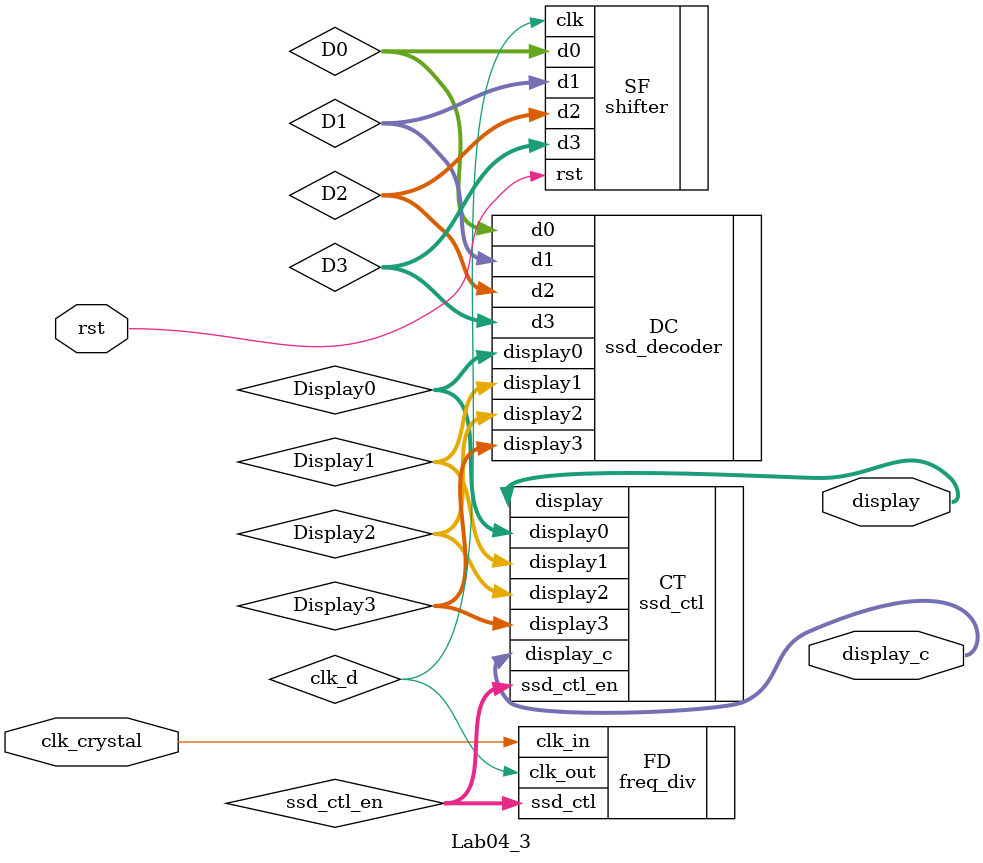
<source format=v>
`timescale 1ns / 1ps


module Lab04_3(
     clk_crystal,
     display_c,
     display,
     rst
    );
    input clk_crystal;
    input rst;
    output [3:0] display_c;
    output [7:0] display;
    
    wire clk_d;
    wire [1:0] ssd_ctl_en;
    
    freq_div FD(
    .clk_in(clk_crystal),
    //.rst(rst),
    .clk_out(clk_d),
    .ssd_ctl(ssd_ctl_en)
    );
    
    wire [2:0] D0,D1,D2,D3;
    shifter SF(
    .clk(clk_d),
    .rst(rst),
    .d0(D0),
    .d1(D1),
    .d2(D2),
    .d3(D3)
    );
    
    wire [7:0] Display0,Display1,Display2,Display3;
    ssd_decoder DC(
    .d0(D0),
    .d1(D1),
    .d2(D2),
    .d3(D3),
    .display0(Display0),
    .display1(Display1),
    .display2(Display2),
    .display3(Display3)
    );
    
    ssd_ctl CT(
    .display0(Display0),
    .display1(Display1),
    .display2(Display2),
    .display3(Display3),
    .ssd_ctl_en(ssd_ctl_en),
    .display(display),
    .display_c(display_c)
    );
    
endmodule

</source>
